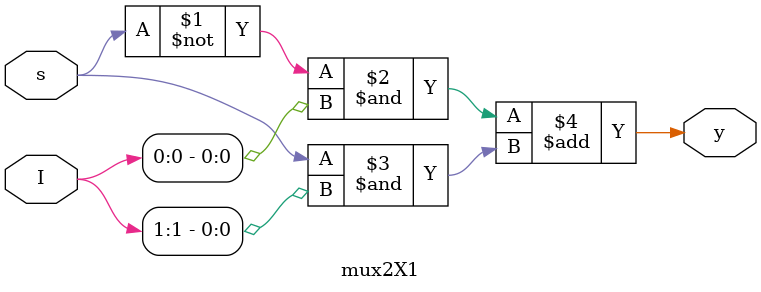
<source format=v>
module mux2X1(I,s,y);
input [1:0]I;
input s;
output y;
assign y=(~s&I[0])+(s&I[1]);
endmodule

</source>
